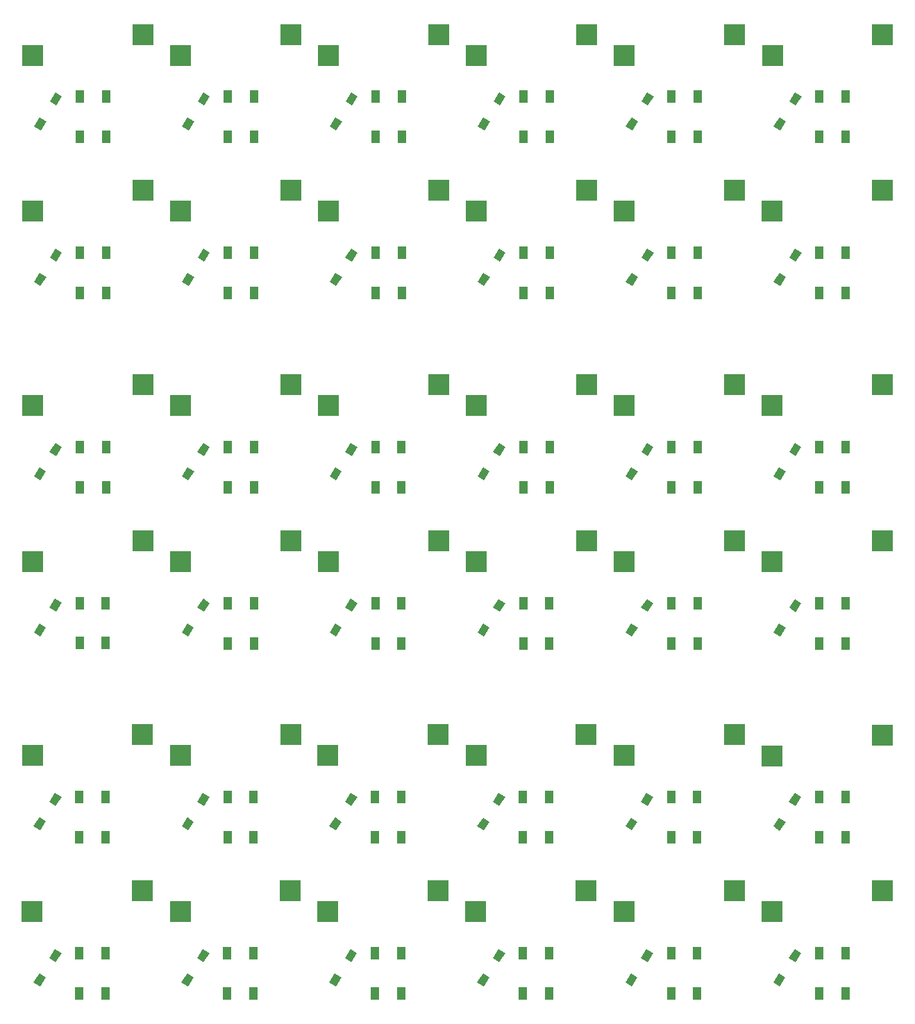
<source format=gbp>
G04 #@! TF.GenerationSoftware,KiCad,Pcbnew,(5.1.5)-3*
G04 #@! TF.CreationDate,2020-05-06T16:20:12+02:00*
G04 #@! TF.ProjectId,plaque,706c6171-7565-42e6-9b69-6361645f7063,1*
G04 #@! TF.SameCoordinates,Original*
G04 #@! TF.FileFunction,Paste,Bot*
G04 #@! TF.FilePolarity,Positive*
%FSLAX46Y46*%
G04 Gerber Fmt 4.6, Leading zero omitted, Abs format (unit mm)*
G04 Created by KiCad (PCBNEW (5.1.5)-3) date 2020-05-06 16:20:12*
%MOMM*%
%LPD*%
G04 APERTURE LIST*
%ADD10R,2.550000X2.500000*%
%ADD11R,1.000000X1.500000*%
%ADD12C,0.100000*%
G04 APERTURE END LIST*
D10*
X136774040Y-116420920D03*
X123324040Y-118960920D03*
D11*
X111028480Y-128922780D03*
X114228480Y-128922780D03*
X111028480Y-124022780D03*
X114228480Y-124022780D03*
D12*
G36*
X106241246Y-128101802D02*
G01*
X105440024Y-127591367D01*
X106138514Y-126494958D01*
X106939736Y-127005393D01*
X106241246Y-128101802D01*
G37*
G36*
X108148660Y-125107762D02*
G01*
X107347438Y-124597327D01*
X108045928Y-123500918D01*
X108847150Y-124011353D01*
X108148660Y-125107762D01*
G37*
D10*
X118722260Y-135450600D03*
X105272260Y-137990600D03*
X123316420Y-137993140D03*
X136766420Y-135453140D03*
D12*
G36*
X124277786Y-147136562D02*
G01*
X123476564Y-146626127D01*
X124175054Y-145529718D01*
X124976276Y-146040153D01*
X124277786Y-147136562D01*
G37*
G36*
X126185200Y-144142522D02*
G01*
X125383978Y-143632087D01*
X126082468Y-142535678D01*
X126883690Y-143046113D01*
X126185200Y-144142522D01*
G37*
D11*
X132272640Y-124025320D03*
X129072640Y-124025320D03*
X132272640Y-128925320D03*
X129072640Y-128925320D03*
D12*
G36*
X126192820Y-125110302D02*
G01*
X125391598Y-124599867D01*
X126090088Y-123503458D01*
X126891310Y-124013893D01*
X126192820Y-125110302D01*
G37*
G36*
X124285406Y-128104342D02*
G01*
X123484184Y-127593907D01*
X124182674Y-126497498D01*
X124983896Y-127007933D01*
X124285406Y-128104342D01*
G37*
D10*
X105279880Y-118958380D03*
X118729880Y-116418380D03*
D11*
X129065020Y-147957540D03*
X132265020Y-147957540D03*
X129065020Y-143057540D03*
X132265020Y-143057540D03*
D12*
G36*
X70142766Y-128099262D02*
G01*
X69341544Y-127588827D01*
X70040034Y-126492418D01*
X70841256Y-127002853D01*
X70142766Y-128099262D01*
G37*
G36*
X72050180Y-125105222D02*
G01*
X71248958Y-124594787D01*
X71947448Y-123498378D01*
X72748670Y-124008813D01*
X72050180Y-125105222D01*
G37*
D11*
X92966540Y-147955000D03*
X96166540Y-147955000D03*
X92966540Y-143055000D03*
X96166540Y-143055000D03*
D12*
G36*
X88179306Y-147134022D02*
G01*
X87378084Y-146623587D01*
X88076574Y-145527178D01*
X88877796Y-146037613D01*
X88179306Y-147134022D01*
G37*
G36*
X90086720Y-144139982D02*
G01*
X89285498Y-143629547D01*
X89983988Y-142533138D01*
X90785210Y-143043573D01*
X90086720Y-144139982D01*
G37*
D10*
X69181400Y-118955840D03*
X82631400Y-116415840D03*
D11*
X74930000Y-128920240D03*
X78130000Y-128920240D03*
X74930000Y-124020240D03*
X78130000Y-124020240D03*
D12*
G36*
X90094340Y-125107762D02*
G01*
X89293118Y-124597327D01*
X89991608Y-123500918D01*
X90792830Y-124011353D01*
X90094340Y-125107762D01*
G37*
G36*
X88186926Y-128101802D02*
G01*
X87385704Y-127591367D01*
X88084194Y-126494958D01*
X88885416Y-127005393D01*
X88186926Y-128101802D01*
G37*
D10*
X87217940Y-137990600D03*
X100667940Y-135450600D03*
D11*
X96174160Y-124022780D03*
X92974160Y-124022780D03*
X96174160Y-128922780D03*
X92974160Y-128922780D03*
D12*
G36*
X108141040Y-144139982D02*
G01*
X107339818Y-143629547D01*
X108038308Y-142533138D01*
X108839530Y-143043573D01*
X108141040Y-144139982D01*
G37*
G36*
X106233626Y-147134022D02*
G01*
X105432404Y-146623587D01*
X106130894Y-145527178D01*
X106932116Y-146037613D01*
X106233626Y-147134022D01*
G37*
D11*
X114220860Y-143055000D03*
X111020860Y-143055000D03*
X114220860Y-147955000D03*
X111020860Y-147955000D03*
X78122380Y-143052460D03*
X74922380Y-143052460D03*
X78122380Y-147952460D03*
X74922380Y-147952460D03*
D10*
X82623780Y-135448060D03*
X69173780Y-137988060D03*
D12*
G36*
X72042560Y-144137442D02*
G01*
X71241338Y-143627007D01*
X71939828Y-142530598D01*
X72741050Y-143041033D01*
X72042560Y-144137442D01*
G37*
G36*
X70135146Y-147131482D02*
G01*
X69333924Y-146621047D01*
X70032414Y-145524638D01*
X70833636Y-146035073D01*
X70135146Y-147131482D01*
G37*
D10*
X100675560Y-116418380D03*
X87225560Y-118958380D03*
X51165180Y-118955840D03*
X64615180Y-116415840D03*
X46571020Y-116413300D03*
X33121020Y-118953300D03*
D11*
X42069620Y-124017700D03*
X38869620Y-124017700D03*
X42069620Y-128917700D03*
X38869620Y-128917700D03*
D12*
G36*
X35989800Y-125102682D02*
G01*
X35188578Y-124592247D01*
X35887068Y-123495838D01*
X36688290Y-124006273D01*
X35989800Y-125102682D01*
G37*
G36*
X34082386Y-128096722D02*
G01*
X33281164Y-127586287D01*
X33979654Y-126489878D01*
X34780876Y-127000313D01*
X34082386Y-128096722D01*
G37*
D10*
X64607560Y-135448060D03*
X51157560Y-137988060D03*
D11*
X56913780Y-128920240D03*
X60113780Y-128920240D03*
X56913780Y-124020240D03*
X60113780Y-124020240D03*
D12*
G36*
X52126546Y-128099262D02*
G01*
X51325324Y-127588827D01*
X52023814Y-126492418D01*
X52825036Y-127002853D01*
X52126546Y-128099262D01*
G37*
G36*
X54033960Y-125105222D02*
G01*
X53232738Y-124594787D01*
X53931228Y-123498378D01*
X54732450Y-124008813D01*
X54033960Y-125105222D01*
G37*
D11*
X60106160Y-143052460D03*
X56906160Y-143052460D03*
X60106160Y-147952460D03*
X56906160Y-147952460D03*
D12*
G36*
X54026340Y-144137442D02*
G01*
X53225118Y-143627007D01*
X53923608Y-142530598D01*
X54724830Y-143041033D01*
X54026340Y-144137442D01*
G37*
G36*
X52118926Y-147131482D02*
G01*
X51317704Y-146621047D01*
X52016194Y-145524638D01*
X52817416Y-146035073D01*
X52118926Y-147131482D01*
G37*
D10*
X33113400Y-137985520D03*
X46563400Y-135445520D03*
D11*
X38862000Y-147949920D03*
X42062000Y-147949920D03*
X38862000Y-143049920D03*
X42062000Y-143049920D03*
D12*
G36*
X34074766Y-147128942D02*
G01*
X33273544Y-146618507D01*
X33972034Y-145522098D01*
X34773256Y-146032533D01*
X34074766Y-147128942D01*
G37*
G36*
X35982180Y-144134902D02*
G01*
X35180958Y-143624467D01*
X35879448Y-142528058D01*
X36680670Y-143038493D01*
X35982180Y-144134902D01*
G37*
D10*
X136801980Y-73713360D03*
X123351980Y-76253360D03*
D11*
X111056420Y-86215220D03*
X114256420Y-86215220D03*
X111056420Y-81315220D03*
X114256420Y-81315220D03*
D12*
G36*
X106269186Y-85394242D02*
G01*
X105467964Y-84883807D01*
X106166454Y-83787398D01*
X106967676Y-84297833D01*
X106269186Y-85394242D01*
G37*
G36*
X108176600Y-82400202D02*
G01*
X107375378Y-81889767D01*
X108073868Y-80793358D01*
X108875090Y-81303793D01*
X108176600Y-82400202D01*
G37*
D10*
X118750200Y-92743040D03*
X105300200Y-95283040D03*
X123344360Y-95285580D03*
X136794360Y-92745580D03*
D12*
G36*
X124305726Y-104429002D02*
G01*
X123504504Y-103918567D01*
X124202994Y-102822158D01*
X125004216Y-103332593D01*
X124305726Y-104429002D01*
G37*
G36*
X126213140Y-101434962D02*
G01*
X125411918Y-100924527D01*
X126110408Y-99828118D01*
X126911630Y-100338553D01*
X126213140Y-101434962D01*
G37*
D11*
X132300580Y-81317760D03*
X129100580Y-81317760D03*
X132300580Y-86217760D03*
X129100580Y-86217760D03*
D12*
G36*
X126220760Y-82402742D02*
G01*
X125419538Y-81892307D01*
X126118028Y-80795898D01*
X126919250Y-81306333D01*
X126220760Y-82402742D01*
G37*
G36*
X124313346Y-85396782D02*
G01*
X123512124Y-84886347D01*
X124210614Y-83789938D01*
X125011836Y-84300373D01*
X124313346Y-85396782D01*
G37*
D10*
X105307820Y-76250820D03*
X118757820Y-73710820D03*
D11*
X129092960Y-105249980D03*
X132292960Y-105249980D03*
X129092960Y-100349980D03*
X132292960Y-100349980D03*
D12*
G36*
X70170706Y-85391702D02*
G01*
X69369484Y-84881267D01*
X70067974Y-83784858D01*
X70869196Y-84295293D01*
X70170706Y-85391702D01*
G37*
G36*
X72078120Y-82397662D02*
G01*
X71276898Y-81887227D01*
X71975388Y-80790818D01*
X72776610Y-81301253D01*
X72078120Y-82397662D01*
G37*
D11*
X92994480Y-105247440D03*
X96194480Y-105247440D03*
X92994480Y-100347440D03*
X96194480Y-100347440D03*
D12*
G36*
X88207246Y-104426462D02*
G01*
X87406024Y-103916027D01*
X88104514Y-102819618D01*
X88905736Y-103330053D01*
X88207246Y-104426462D01*
G37*
G36*
X90114660Y-101432422D02*
G01*
X89313438Y-100921987D01*
X90011928Y-99825578D01*
X90813150Y-100336013D01*
X90114660Y-101432422D01*
G37*
D10*
X69209340Y-76248280D03*
X82659340Y-73708280D03*
D11*
X74957940Y-86212680D03*
X78157940Y-86212680D03*
X74957940Y-81312680D03*
X78157940Y-81312680D03*
D12*
G36*
X90122280Y-82400202D02*
G01*
X89321058Y-81889767D01*
X90019548Y-80793358D01*
X90820770Y-81303793D01*
X90122280Y-82400202D01*
G37*
G36*
X88214866Y-85394242D02*
G01*
X87413644Y-84883807D01*
X88112134Y-83787398D01*
X88913356Y-84297833D01*
X88214866Y-85394242D01*
G37*
D10*
X87245880Y-95283040D03*
X100695880Y-92743040D03*
D11*
X96202100Y-81315220D03*
X93002100Y-81315220D03*
X96202100Y-86215220D03*
X93002100Y-86215220D03*
D12*
G36*
X108168980Y-101432422D02*
G01*
X107367758Y-100921987D01*
X108066248Y-99825578D01*
X108867470Y-100336013D01*
X108168980Y-101432422D01*
G37*
G36*
X106261566Y-104426462D02*
G01*
X105460344Y-103916027D01*
X106158834Y-102819618D01*
X106960056Y-103330053D01*
X106261566Y-104426462D01*
G37*
D11*
X114248800Y-100347440D03*
X111048800Y-100347440D03*
X114248800Y-105247440D03*
X111048800Y-105247440D03*
X78150320Y-100344900D03*
X74950320Y-100344900D03*
X78150320Y-105244900D03*
X74950320Y-105244900D03*
D10*
X82651720Y-92740500D03*
X69201720Y-95280500D03*
D12*
G36*
X72070500Y-101429882D02*
G01*
X71269278Y-100919447D01*
X71967768Y-99823038D01*
X72768990Y-100333473D01*
X72070500Y-101429882D01*
G37*
G36*
X70163086Y-104423922D02*
G01*
X69361864Y-103913487D01*
X70060354Y-102817078D01*
X70861576Y-103327513D01*
X70163086Y-104423922D01*
G37*
D10*
X100703500Y-73710820D03*
X87253500Y-76250820D03*
X51193120Y-76248280D03*
X64643120Y-73708280D03*
X46598960Y-73705740D03*
X33148960Y-76245740D03*
D11*
X42097560Y-81310140D03*
X38897560Y-81310140D03*
X42097560Y-86210140D03*
X38897560Y-86210140D03*
D12*
G36*
X36017740Y-82395122D02*
G01*
X35216518Y-81884687D01*
X35915008Y-80788278D01*
X36716230Y-81298713D01*
X36017740Y-82395122D01*
G37*
G36*
X34110326Y-85389162D02*
G01*
X33309104Y-84878727D01*
X34007594Y-83782318D01*
X34808816Y-84292753D01*
X34110326Y-85389162D01*
G37*
D10*
X64635500Y-92740500D03*
X51185500Y-95280500D03*
D11*
X56941720Y-86212680D03*
X60141720Y-86212680D03*
X56941720Y-81312680D03*
X60141720Y-81312680D03*
D12*
G36*
X52154486Y-85391702D02*
G01*
X51353264Y-84881267D01*
X52051754Y-83784858D01*
X52852976Y-84295293D01*
X52154486Y-85391702D01*
G37*
G36*
X54061900Y-82397662D02*
G01*
X53260678Y-81887227D01*
X53959168Y-80790818D01*
X54760390Y-81301253D01*
X54061900Y-82397662D01*
G37*
D11*
X60134100Y-100344900D03*
X56934100Y-100344900D03*
X60134100Y-105244900D03*
X56934100Y-105244900D03*
D12*
G36*
X54054280Y-101429882D02*
G01*
X53253058Y-100919447D01*
X53951548Y-99823038D01*
X54752770Y-100333473D01*
X54054280Y-101429882D01*
G37*
G36*
X52146866Y-104423922D02*
G01*
X51345644Y-103913487D01*
X52044134Y-102817078D01*
X52845356Y-103327513D01*
X52146866Y-104423922D01*
G37*
D10*
X33141340Y-95277960D03*
X46591340Y-92737960D03*
D11*
X38889940Y-105242360D03*
X42089940Y-105242360D03*
X38889940Y-100342360D03*
X42089940Y-100342360D03*
D12*
G36*
X34102706Y-104421382D02*
G01*
X33301484Y-103910947D01*
X33999974Y-102814538D01*
X34801196Y-103324973D01*
X34102706Y-104421382D01*
G37*
G36*
X36010120Y-101427342D02*
G01*
X35208898Y-100916907D01*
X35907388Y-99820498D01*
X36708610Y-100330933D01*
X36010120Y-101427342D01*
G37*
D10*
X123379920Y-33540720D03*
X136829920Y-31000720D03*
X118785760Y-30998180D03*
X105335760Y-33538180D03*
D11*
X114284360Y-38602580D03*
X111084360Y-38602580D03*
X114284360Y-43502580D03*
X111084360Y-43502580D03*
D12*
G36*
X108204540Y-39687562D02*
G01*
X107403318Y-39177127D01*
X108101808Y-38080718D01*
X108903030Y-38591153D01*
X108204540Y-39687562D01*
G37*
G36*
X106297126Y-42681602D02*
G01*
X105495904Y-42171167D01*
X106194394Y-41074758D01*
X106995616Y-41585193D01*
X106297126Y-42681602D01*
G37*
D10*
X136822300Y-50032940D03*
X123372300Y-52572940D03*
D11*
X129128520Y-43505120D03*
X132328520Y-43505120D03*
X129128520Y-38605120D03*
X132328520Y-38605120D03*
D12*
G36*
X124341286Y-42684142D02*
G01*
X123540064Y-42173707D01*
X124238554Y-41077298D01*
X125039776Y-41587733D01*
X124341286Y-42684142D01*
G37*
G36*
X126248700Y-39690102D02*
G01*
X125447478Y-39179667D01*
X126145968Y-38083258D01*
X126947190Y-38593693D01*
X126248700Y-39690102D01*
G37*
D11*
X132320900Y-57637340D03*
X129120900Y-57637340D03*
X132320900Y-62537340D03*
X129120900Y-62537340D03*
D12*
G36*
X126241080Y-58722322D02*
G01*
X125439858Y-58211887D01*
X126138348Y-57115478D01*
X126939570Y-57625913D01*
X126241080Y-58722322D01*
G37*
G36*
X124333666Y-61716362D02*
G01*
X123532444Y-61205927D01*
X124230934Y-60109518D01*
X125032156Y-60619953D01*
X124333666Y-61716362D01*
G37*
D10*
X105328140Y-52570400D03*
X118778140Y-50030400D03*
D11*
X111076740Y-62534800D03*
X114276740Y-62534800D03*
X111076740Y-57634800D03*
X114276740Y-57634800D03*
D12*
G36*
X106289506Y-61713822D02*
G01*
X105488284Y-61203387D01*
X106186774Y-60106978D01*
X106987996Y-60617413D01*
X106289506Y-61713822D01*
G37*
G36*
X108196920Y-58719782D02*
G01*
X107395698Y-58209347D01*
X108094188Y-57112938D01*
X108895410Y-57623373D01*
X108196920Y-58719782D01*
G37*
D10*
X87281440Y-33538180D03*
X100731440Y-30998180D03*
X82687280Y-30995640D03*
X69237280Y-33535640D03*
D11*
X78185880Y-38600040D03*
X74985880Y-38600040D03*
X78185880Y-43500040D03*
X74985880Y-43500040D03*
D12*
G36*
X72106060Y-39685022D02*
G01*
X71304838Y-39174587D01*
X72003328Y-38078178D01*
X72804550Y-38588613D01*
X72106060Y-39685022D01*
G37*
G36*
X70198646Y-42679062D02*
G01*
X69397424Y-42168627D01*
X70095914Y-41072218D01*
X70897136Y-41582653D01*
X70198646Y-42679062D01*
G37*
D10*
X100723820Y-50030400D03*
X87273820Y-52570400D03*
D11*
X93030040Y-43502580D03*
X96230040Y-43502580D03*
X93030040Y-38602580D03*
X96230040Y-38602580D03*
D12*
G36*
X88242806Y-42681602D02*
G01*
X87441584Y-42171167D01*
X88140074Y-41074758D01*
X88941296Y-41585193D01*
X88242806Y-42681602D01*
G37*
G36*
X90150220Y-39687562D02*
G01*
X89348998Y-39177127D01*
X90047488Y-38080718D01*
X90848710Y-38591153D01*
X90150220Y-39687562D01*
G37*
D11*
X96222420Y-57634800D03*
X93022420Y-57634800D03*
X96222420Y-62534800D03*
X93022420Y-62534800D03*
D12*
G36*
X90142600Y-58719782D02*
G01*
X89341378Y-58209347D01*
X90039868Y-57112938D01*
X90841090Y-57623373D01*
X90142600Y-58719782D01*
G37*
G36*
X88235186Y-61713822D02*
G01*
X87433964Y-61203387D01*
X88132454Y-60106978D01*
X88933676Y-60617413D01*
X88235186Y-61713822D01*
G37*
D10*
X69229660Y-52567860D03*
X82679660Y-50027860D03*
D11*
X74978260Y-62532260D03*
X78178260Y-62532260D03*
X74978260Y-57632260D03*
X78178260Y-57632260D03*
D12*
G36*
X70191026Y-61711282D02*
G01*
X69389804Y-61200847D01*
X70088294Y-60104438D01*
X70889516Y-60614873D01*
X70191026Y-61711282D01*
G37*
G36*
X72098440Y-58717242D02*
G01*
X71297218Y-58206807D01*
X71995708Y-57110398D01*
X72796930Y-57620833D01*
X72098440Y-58717242D01*
G37*
D10*
X64671060Y-30995640D03*
X51221060Y-33535640D03*
D11*
X60169660Y-38600040D03*
X56969660Y-38600040D03*
X60169660Y-43500040D03*
X56969660Y-43500040D03*
D12*
G36*
X54089840Y-39685022D02*
G01*
X53288618Y-39174587D01*
X53987108Y-38078178D01*
X54788330Y-38588613D01*
X54089840Y-39685022D01*
G37*
G36*
X52182426Y-42679062D02*
G01*
X51381204Y-42168627D01*
X52079694Y-41072218D01*
X52880916Y-41582653D01*
X52182426Y-42679062D01*
G37*
D10*
X51213440Y-52567860D03*
X64663440Y-50027860D03*
D11*
X56962040Y-62532260D03*
X60162040Y-62532260D03*
X56962040Y-57632260D03*
X60162040Y-57632260D03*
D12*
G36*
X52174806Y-61711282D02*
G01*
X51373584Y-61200847D01*
X52072074Y-60104438D01*
X52873296Y-60614873D01*
X52174806Y-61711282D01*
G37*
G36*
X54082220Y-58717242D02*
G01*
X53280998Y-58206807D01*
X53979488Y-57110398D01*
X54780710Y-57620833D01*
X54082220Y-58717242D01*
G37*
D10*
X46619280Y-50025320D03*
X33169280Y-52565320D03*
D11*
X42117880Y-57629720D03*
X38917880Y-57629720D03*
X42117880Y-62529720D03*
X38917880Y-62529720D03*
D12*
G36*
X36038060Y-58714702D02*
G01*
X35236838Y-58204267D01*
X35935328Y-57107858D01*
X36736550Y-57618293D01*
X36038060Y-58714702D01*
G37*
G36*
X34130646Y-61708742D02*
G01*
X33329424Y-61198307D01*
X34027914Y-60101898D01*
X34829136Y-60612333D01*
X34130646Y-61708742D01*
G37*
G36*
X34138266Y-42676522D02*
G01*
X33337044Y-42166087D01*
X34035534Y-41069678D01*
X34836756Y-41580113D01*
X34138266Y-42676522D01*
G37*
G36*
X36045680Y-39682482D02*
G01*
X35244458Y-39172047D01*
X35942948Y-38075638D01*
X36744170Y-38586073D01*
X36045680Y-39682482D01*
G37*
D11*
X38925500Y-43497500D03*
X42125500Y-43497500D03*
X38925500Y-38597500D03*
X42125500Y-38597500D03*
D10*
X33176900Y-33533100D03*
X46626900Y-30993100D03*
M02*

</source>
